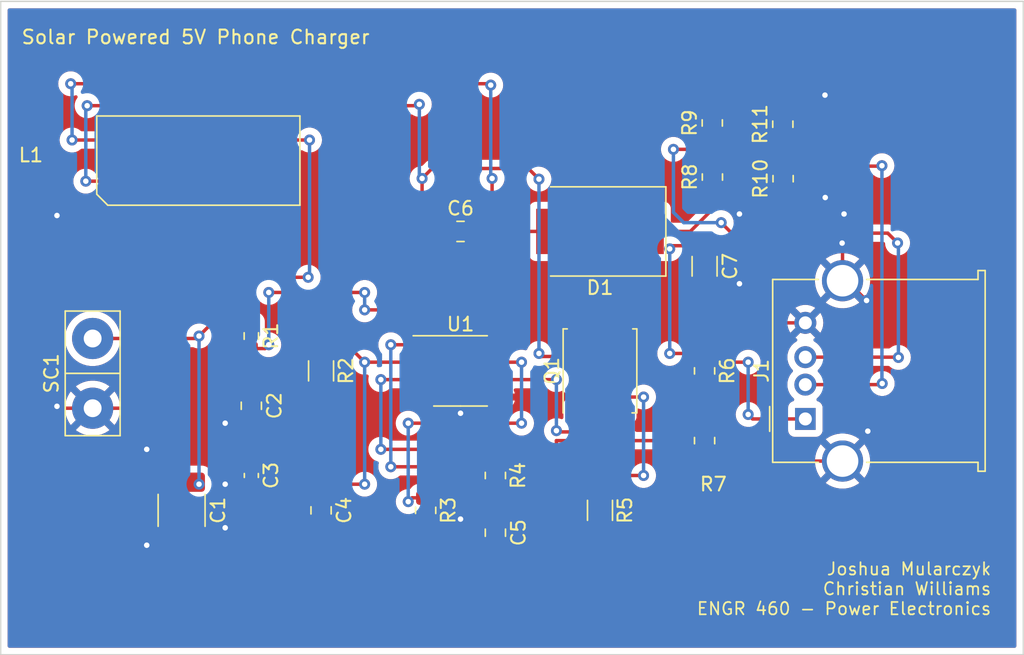
<source format=kicad_pcb>
(kicad_pcb (version 20211014) (generator pcbnew)
  (layers (0 "F.Cu" signal) (31 "B.Cu" signal) (34 "B.Paste" user) (35 "F.Paste" user) (36 "B.SilkS" user "B.Silkscreen") (37 "F.SilkS" user "F.Silkscreen") (38 "B.Mask" user) (39 "F.Mask" user) (44 "Edge.Cuts" user))
  (net 0 "")
  (net 1 "Net-(C4-Pad1)")
  (net 2 "Net-(C3-Pad1)")
  (net 3 "Net-(C5-Pad1)")
  (net 4 "GND")
  (net 5 "Net-(C1-Pad1)")
  (net 6 "Net-(C2-Pad1)")
  (net 7 "Net-(R3-Pad1)")
  (net 8 "Net-(R4-Pad1)")
  (net 9 "Net-(C7-Pad1)")
  (net 10 "Net-(R6-Pad2)")
  (net 11 "Net-(C6-Pad1)")
  (net 12 "Net-(Q1-Pad4)")
  (net 13 "Net-(C6-Pad2)")
  (net 14 "Net-(R8-Pad2)")
  (net 15 "Net-(J1-Pad2)")
  (footprint "SolarChargelibrary:SIP-2" (layer "F.Cu") (at 100.2 71.3 -90)
    (fp_text reference "SC1" (at 0 3 90) (layer "F.SilkS"))
    (fp_text value "Solar_Cell")
    (fp_line (start 4.54 -2) (end 4.54 2) (layer "F.SilkS") (width 0.12))
    (fp_line (start 0 -2) (end 0 2) (layer "F.SilkS") (width 0.12))
    (fp_line (start -4.54 -2) (end 4.54 -2) (layer "F.SilkS") (width 0.12))
    (fp_line (start -4.54 2) (end -4.54 -2) (layer "F.SilkS") (width 0.12))
    (fp_line (start 4.54 2) (end -4.54 2) (layer "F.SilkS") (width 0.12))
    (pad "1" thru_hole circle (at -2.54 0 270) (size 3 3) (drill 1.3) (layers *.Cu *.Mask) (net 5 "Net-(C1-Pad1)"))
    (pad "2" thru_hole circle (at 2.54 0 270) (size 3 3) (drill 1.3) (layers *.Cu *.Mask) (net 4 "GND"))
  )
  (footprint "Diode_SMD:D_SMC" (layer "F.Cu") (at 137.16 60.96 180)
    (fp_text reference "D1" (at 0 -4.1 180) (layer "F.SilkS"))
    (fp_text value "B340")
    (fp_line (start -4.8 3.25) (end -4.8 -3.25) (layer "F.SilkS") (width 0.12))
    (fp_line (start -4.8 3.25) (end 3.6 3.25) (layer "F.SilkS") (width 0.12))
    (fp_line (start -4.8 -3.25) (end 3.6 -3.25) (layer "F.SilkS") (width 0.12))
    (pad "1" smd rect (at -3.4 0 270) (size 3.3 2.5) (layers "F.Cu" "F.Paste" "F.Mask") (net 9 "Net-(C7-Pad1)"))
    (pad "2" smd rect (at 3.4 0 270) (size 3.3 2.5) (layers "F.Cu" "F.Paste" "F.Mask") (net 13 "Net-(C6-Pad2)"))
  )
  (footprint "Package_SO:SOIC-8_3.9x4.9mm_P1.27mm" (layer "F.Cu") (at 127 71.12)
    (fp_text reference "U1" (at 0 -3.4) (layer "F.SilkS"))
    (fp_text value "LM3478MA_NOPB")
    (fp_line (start 0 2.56) (end 1.95 2.56) (layer "F.SilkS") (width 0.12))
    (fp_line (start 0 2.56) (end -1.95 2.56) (layer "F.SilkS") (width 0.12))
    (fp_line (start 0 -2.56) (end -3.45 -2.56) (layer "F.SilkS") (width 0.12))
    (fp_line (start 0 -2.56) (end 1.95 -2.56) (layer "F.SilkS") (width 0.12))
    (pad "1" smd roundrect (at -2.475 -1.905) (size 1.95 0.6) (layers "F.Cu" "F.Paste" "F.Mask") (net 8 "Net-(R4-Pad1)"))
    (pad "2" smd roundrect (at -2.475 -0.635) (size 1.95 0.6) (layers "F.Cu" "F.Paste" "F.Mask") (net 1 "Net-(C4-Pad1)"))
    (pad "3" smd roundrect (at -2.475 0.635) (size 1.95 0.6) (layers "F.Cu" "F.Paste" "F.Mask") (net 10 "Net-(R6-Pad2)"))
    (pad "4" smd roundrect (at -2.475 1.905) (size 1.95 0.6) (layers "F.Cu" "F.Paste" "F.Mask") (net 4 "GND"))
    (pad "5" smd roundrect (at 2.475 1.905) (size 1.95 0.6) (layers "F.Cu" "F.Paste" "F.Mask") (net 4 "GND"))
    (pad "6" smd roundrect (at 2.475 0.635) (size 1.95 0.6) (layers "F.Cu" "F.Paste" "F.Mask") (net 12 "Net-(Q1-Pad4)"))
    (pad "7" smd roundrect (at 2.475 -0.635) (size 1.95 0.6) (layers "F.Cu" "F.Paste" "F.Mask") (net 7 "Net-(R3-Pad1)"))
    (pad "8" smd roundrect (at 2.475 -1.905) (size 1.95 0.6) (layers "F.Cu" "F.Paste" "F.Mask") (net 6 "Net-(C2-Pad1)"))
  )
  (footprint "Resistor_SMD:R_0805_2012Metric" (layer "F.Cu") (at 150.48 53.1475 90)
    (fp_text reference "R11" (at 0 -1.65 90) (layer "F.SilkS"))
    (fp_text value "160k")
    (fp_line (start -0.227064 -0.735) (end 0.227064 -0.735) (layer "F.SilkS") (width 0.12))
    (fp_line (start -0.227064 0.735) (end 0.227064 0.735) (layer "F.SilkS") (width 0.12))
    (pad "1" smd roundrect (at -0.9125 0 90) (size 1.025 1.4) (layers "F.Cu" "F.Paste" "F.Mask") (roundrect_rratio 0.243902439) (net 15 "Net-(J1-Pad2)"))
    (pad "2" smd roundrect (at 0.9125 0 90) (size 1.025 1.4) (layers "F.Cu" "F.Paste" "F.Mask") (roundrect_rratio 0.243902439) (net 4 "GND"))
  )
  (footprint "SolarChargelibrary:DRQ" (layer "F.Cu") (at 107.9 55.8)
    (fp_text reference "L1" (at -12.2 -0.4 180) (layer "F.SilkS"))
    (fp_text value "10u")
    (fp_line (start -6.6 3.25) (end -7.4 2.45) (layer "F.SilkS") (width 0.12))
    (fp_line (start 7.4 -3.25) (end 7.4 3.25) (layer "F.SilkS") (width 0.12))
    (fp_line (start -7.4 2.45) (end -7.4 -3.25) (layer "F.SilkS") (width 0.12))
    (fp_line (start 7.4 3.25) (end -6.6 3.25) (layer "F.SilkS") (width 0.12))
    (fp_line (start -7.4 -3.25) (end 7.4 -3.25) (layer "F.SilkS") (width 0.12))
    (pad "1" smd rect (at -4.975 1.5) (size 3.85 2.5) (layers "F.Cu" "F.Paste" "F.Mask") (net 11 "Net-(C6-Pad1)"))
    (pad "2" smd rect (at -4.975 -1.5) (size 3.85 2.5) (layers "F.Cu" "F.Paste" "F.Mask") (net 13 "Net-(C6-Pad2)"))
    (pad "3" smd rect (at 4.975 -1.5) (size 3.85 2.5) (layers "F.Cu" "F.Paste" "F.Mask") (net 5 "Net-(C1-Pad1)"))
    (pad "4" smd rect (at 4.975 1.5) (size 3.85 2.5) (layers "F.Cu" "F.Paste" "F.Mask") (net 4 "GND"))
  )
  (footprint "Resistor_SMD:R_1206_3216Metric" (layer "F.Cu") (at 116.84 71.12 -90)
    (fp_text reference "R2" (at 0 -1.82 -90) (layer "F.SilkS"))
    (fp_text value "887")
    (fp_line (start -0.727064 0.91) (end 0.727064 0.91) (layer "F.SilkS") (width 0.12))
    (fp_line (start -0.727064 -0.91) (end 0.727064 -0.91) (layer "F.SilkS") (width 0.12))
    (pad "1" smd roundrect (at -1.4625 0 270) (size 1.125 1.75) (layers "F.Cu" "F.Paste" "F.Mask") (roundrect_rratio 0.2222222222) (net 1 "Net-(C4-Pad1)"))
    (pad "2" smd roundrect (at 1.4625 0 270) (size 1.125 1.75) (layers "F.Cu" "F.Paste" "F.Mask") (roundrect_rratio 0.2222222222) (net 2 "Net-(C3-Pad1)"))
  )
  (footprint "Resistor_SMD:R_0805_2012Metric" (layer "F.Cu") (at 124.46 81.28 -90)
    (fp_text reference "R3" (at 0 -1.65 -90) (layer "F.SilkS"))
    (fp_text value "51.1k")
    (fp_line (start -0.227064 -0.735) (end 0.227064 -0.735) (layer "F.SilkS") (width 0.12))
    (fp_line (start -0.227064 0.735) (end 0.227064 0.735) (layer "F.SilkS") (width 0.12))
    (pad "1" smd roundrect (at -0.9125 0 270) (size 1.025 1.4) (layers "F.Cu" "F.Paste" "F.Mask") (roundrect_rratio 0.243902439) (net 7 "Net-(R3-Pad1)"))
    (pad "2" smd roundrect (at 0.9125 0 270) (size 1.025 1.4) (layers "F.Cu" "F.Paste" "F.Mask") (roundrect_rratio 0.243902439) (net 4 "GND"))
  )
  (footprint "Capacitor_SMD:C_0805_2012Metric" (layer "F.Cu") (at 127 60.96)
    (fp_text reference "C6" (at 0 -1.68) (layer "F.SilkS"))
    (fp_text value "1u")
    (fp_line (start -0.261252 -0.735) (end 0.261252 -0.735) (layer "F.SilkS") (width 0.12))
    (fp_line (start -0.261252 0.735) (end 0.261252 0.735) (layer "F.SilkS") (width 0.12))
    (pad "1" smd roundrect (at -0.95 0) (size 1 1.45) (layers "F.Cu" "F.Paste" "F.Mask") (net 11 "Net-(C6-Pad1)"))
    (pad "2" smd roundrect (at 0.95 0) (size 1 1.45) (layers "F.Cu" "F.Paste" "F.Mask") (net 13 "Net-(C6-Pad2)"))
  )
  (footprint "Resistor_SMD:R_0805_2012Metric" (layer "F.Cu") (at 129.54 78.74 -90)
    (fp_text reference "R4" (at 0 -1.65 -90) (layer "F.SilkS"))
    (fp_text value "100")
    (fp_line (start -0.227064 0.735) (end 0.227064 0.735) (layer "F.SilkS") (width 0.12))
    (fp_line (start -0.227064 -0.735) (end 0.227064 -0.735) (layer "F.SilkS") (width 0.12))
    (pad "1" smd roundrect (at -0.9125 0 270) (size 1.025 1.4) (layers "F.Cu" "F.Paste" "F.Mask") (roundrect_rratio 0.243902439) (net 8 "Net-(R4-Pad1)"))
    (pad "2" smd roundrect (at 0.9125 0 270) (size 1.025 1.4) (layers "F.Cu" "F.Paste" "F.Mask") (roundrect_rratio 0.243902439) (net 3 "Net-(C5-Pad1)"))
  )
  (footprint "Capacitor_SMD:C_0603_1608Metric" (layer "F.Cu") (at 111.76 78.74 -90)
    (fp_text reference "C3" (at 0 -1.43 -90) (layer "F.SilkS"))
    (fp_text value "82n")
    (fp_line (start -0.14058 0.51) (end 0.14058 0.51) (layer "F.SilkS") (width 0.12))
    (fp_line (start -0.14058 -0.51) (end 0.14058 -0.51) (layer "F.SilkS") (width 0.12))
    (pad "1" smd roundrect (at -0.775 0 270) (size 0.9 0.95) (layers "F.Cu" "F.Paste" "F.Mask") (net 2 "Net-(C3-Pad1)"))
    (pad "2" smd roundrect (at 0.775 0 270) (size 0.9 0.95) (layers "F.Cu" "F.Paste" "F.Mask") (net 4 "GND"))
  )
  (footprint "Capacitor_SMD:C_0805_2012Metric" (layer "F.Cu") (at 111.76 73.66 -90)
    (fp_text reference "C2" (at 0 -1.68 -90) (layer "F.SilkS"))
    (fp_text value "100n")
    (fp_line (start -0.261252 -0.735) (end 0.261252 -0.735) (layer "F.SilkS") (width 0.12))
    (fp_line (start -0.261252 0.735) (end 0.261252 0.735) (layer "F.SilkS") (width 0.12))
    (pad "1" smd roundrect (at -0.95 0 270) (size 1 1.45) (layers "F.Cu" "F.Paste" "F.Mask") (net 6 "Net-(C2-Pad1)"))
    (pad "2" smd roundrect (at 0.95 0 270) (size 1 1.45) (layers "F.Cu" "F.Paste" "F.Mask") (net 4 "GND"))
  )
  (footprint "Resistor_SMD:R_0603_1608Metric" (layer "F.Cu") (at 111.76 68.58 -90)
    (fp_text reference "R1" (at 0 -1.43 -90) (layer "F.SilkS"))
    (fp_text value "20")
    (fp_line (start -0.237258 0.5225) (end 0.237258 0.5225) (layer "F.SilkS") (width 0.12))
    (fp_line (start -0.237258 -0.5225) (end 0.237258 -0.5225) (layer "F.SilkS") (width 0.12))
    (pad "1" smd roundrect (at -0.825 0 270) (size 0.8 0.95) (layers "F.Cu" "F.Paste" "F.Mask") (net 5 "Net-(C1-Pad1)"))
    (pad "2" smd roundrect (at 0.825 0 270) (size 0.8 0.95) (layers "F.Cu" "F.Paste" "F.Mask") (net 6 "Net-(C2-Pad1)"))
  )
  (footprint "Resistor_SMD:R_0805_2012Metric" (layer "F.Cu") (at 144.78 71.12 -90)
    (fp_text reference "R6" (at 0 -1.65 -90) (layer "F.SilkS"))
    (fp_text value "29.4k")
    (fp_line (start -0.227064 -0.735) (end 0.227064 -0.735) (layer "F.SilkS") (width 0.12))
    (fp_line (start -0.227064 0.735) (end 0.227064 0.735) (layer "F.SilkS") (width 0.12))
    (pad "1" smd roundrect (at -0.9125 0 270) (size 1.025 1.4) (layers "F.Cu" "F.Paste" "F.Mask") (roundrect_rratio 0.243902439) (net 9 "Net-(C7-Pad1)"))
    (pad "2" smd roundrect (at 0.9125 0 270) (size 1.025 1.4) (layers "F.Cu" "F.Paste" "F.Mask") (roundrect_rratio 0.243902439) (net 10 "Net-(R6-Pad2)"))
  )
  (footprint "Resistor_SMD:R_0805_2012Metric" (layer "F.Cu") (at 145.35 56.9975 90)
    (fp_text reference "R8" (at 0 -1.65 90) (layer "F.SilkS"))
    (fp_text value "150k")
    (fp_line (start -0.227064 0.735) (end 0.227064 0.735) (layer "F.SilkS") (width 0.12))
    (fp_line (start -0.227064 -0.735) (end 0.227064 -0.735) (layer "F.SilkS") (width 0.12))
    (pad "1" smd roundrect (at -0.9125 0 90) (size 1.025 1.4) (layers "F.Cu" "F.Paste" "F.Mask") (roundrect_rratio 0.243902439) (net 9 "Net-(C7-Pad1)"))
    (pad "2" smd roundrect (at 0.9125 0 90) (size 1.025 1.4) (layers "F.Cu" "F.Paste" "F.Mask") (roundrect_rratio 0.243902439) (net 14 "Net-(R8-Pad2)"))
  )
  (footprint "Resistor_SMD:R_0805_2012Metric" (layer "F.Cu") (at 145.34 53.0575 90)
    (fp_text reference "R9" (at 0 -1.65 90) (layer "F.SilkS"))
    (fp_text value "100k")
    (fp_line (start -0.227064 0.735) (end 0.227064 0.735) (layer "F.SilkS") (width 0.12))
    (fp_line (start -0.227064 -0.735) (end 0.227064 -0.735) (layer "F.SilkS") (width 0.12))
    (pad "1" smd roundrect (at -0.9125 0 90) (size 1.025 1.4) (layers "F.Cu" "F.Paste" "F.Mask") (roundrect_rratio 0.243902439) (net 14 "Net-(R8-Pad2)"))
    (pad "2" smd roundrect (at 0.9125 0 90) (size 1.025 1.4) (layers "F.Cu" "F.Paste" "F.Mask") (roundrect_rratio 0.243902439) (net 4 "GND"))
  )
  (footprint "Capacitor_SMD:C_1812_4532Metric" (layer "F.Cu") (at 106.68 81.28 -90)
    (fp_text reference "C1" (at 0 -2.65 -90) (layer "F.SilkS"))
    (fp_text value "10u")
    (fp_line (start -1.161252 -1.71) (end 1.161252 -1.71) (layer "F.SilkS") (width 0.12))
    (fp_line (start -1.161252 1.71) (end 1.161252 1.71) (layer "F.SilkS") (width 0.12))
    (pad "1" smd roundrect (at -2.05 0 270) (size 1.4 3.4) (layers "F.Cu" "F.Paste" "F.Mask") (roundrect_rratio 0.1785707143) (net 5 "Net-(C1-Pad1)"))
    (pad "2" smd roundrect (at 2.05 0 270) (size 1.4 3.4) (layers "F.Cu" "F.Paste" "F.Mask") (roundrect_rratio 0.1785707143) (net 4 "GND"))
  )
  (footprint "Resistor_SMD:R_0805_2012Metric" (layer "F.Cu") (at 144.78 76.2 -90)
    (fp_text reference "R7" (at 3.175 -0.635 180) (layer "F.SilkS"))
    (fp_text value "10k")
    (fp_line (start -0.227064 0.735) (end 0.227064 0.735) (layer "F.SilkS") (width 0.12))
    (fp_line (start -0.227064 -0.735) (end 0.227064 -0.735) (layer "F.SilkS") (width 0.12))
    (pad "1" smd roundrect (at -0.9125 0 270) (size 1.025 1.4) (layers "F.Cu" "F.Paste" "F.Mask") (roundrect_rratio 0.243902439) (net 10 "Net-(R6-Pad2)"))
    (pad "2" smd roundrect (at 0.9125 0 270) (size 1.025 1.4) (layers "F.Cu" "F.Paste" "F.Mask") (roundrect_rratio 0.243902439) (net 4 "GND"))
  )
  (footprint "Package_TO_SOT_SMD:TDSON-8-1" (layer "F.Cu") (at 137.16 71.12 90)
    (fp_text reference "Q1" (at 0 -3.5 90) (layer "F.SilkS"))
    (fp_text value "CSD16410Q5A")
    (fp_line (start -3.06 2.335) (end -3.06 2.685) (layer "F.SilkS") (width 0.12))
    (fp_line (start 3.06 2.685) (end -3.06 2.685) (layer "F.SilkS") (width 0.12))
    (fp_line (start 3.06 -2.385) (end 3.06 -2.685) (layer "F.SilkS") (width 0.12))
    (fp_line (start 3.06 -2.685) (end -3.06 -2.685) (layer "F.SilkS") (width 0.12))
    (fp_line (start 3.06 2.385) (end 3.06 2.685) (layer "F.SilkS") (width 0.12))
    (pad "1" smd rect (at -2.9 -1.905 90) (size 0.85 0.5) (layers "F.Cu" "F.Paste" "F.Mask") (net 3 "Net-(C5-Pad1)"))
    (pad "2" smd rect (at -2.9 -0.635 90) (size 0.85 0.5) (layers "F.Cu" "F.Paste" "F.Mask") (net 3 "Net-(C5-Pad1)"))
    (pad "3" smd rect (at -2.9 0.635 90) (size 0.85 0.5) (layers "F.Cu" "F.Paste" "F.Mask") (net 3 "Net-(C5-Pad1)"))
    (pad "4" smd rect (at -2.9 1.905 90) (size 0.85 0.5) (layers "F.Cu" "F.Paste" "F.Mask") (net 12 "Net-(Q1-Pad4)"))
    (pad "5" smd rect (at 1.05 0 90) (size 4.55 4.41) (layers "F.Cu") (net 11 "Net-(C6-Pad1)"))
  )
  (footprint "Resistor_SMD:R_0805_2012Metric" (layer "F.Cu") (at 150.5 57.1175 90)
    (fp_text reference "R10" (at 0 -1.65 90) (layer "F.SilkS"))
    (fp_text value "130k")
    (fp_line (start -0.227064 -0.735) (end 0.227064 -0.735) (layer "F.SilkS") (width 0.12))
    (fp_line (start -0.227064 0.735) (end 0.227064 0.735) (layer "F.SilkS") (width 0.12))
    (pad "1" smd roundrect (at -0.9125 0 90) (size 1.025 1.4) (layers "F.Cu" "F.Paste" "F.Mask") (roundrect_rratio 0.243902439) (net 9 "Net-(C7-Pad1)"))
    (pad "2" smd roundrect (at 0.9125 0 90) (size 1.025 1.4) (layers "F.Cu" "F.Paste" "F.Mask") (roundrect_rratio 0.243902439) (net 15 "Net-(J1-Pad2)"))
  )
  (footprint "Connector_USB:USB_A_Molex_67643_Horizontal" (layer "F.Cu") (at 152.12 74.62 90)
    (fp_text reference "J1" (at 3.5 -3.19 90) (layer "F.SilkS"))
    (fp_text value "USB_A")
    (fp_line (start 10.81 13.1) (end 10.81 12.58) (layer "F.SilkS") (width 0.12))
    (fp_line (start 10.81 12.58) (end 10.16 12.58) (layer "F.SilkS") (width 0.12))
    (fp_line (start -3.16 12.58) (end -3.81 12.58) (layer "F.SilkS") (width 0.12))
    (fp_line (start 10.16 -2.38) (end 10.16 0.95) (layer "F.SilkS") (width 0.12))
    (fp_line (start 10.16 4.47) (end 10.16 12.58) (layer "F.SilkS") (width 0.12))
    (fp_line (start -3.16 -2.38) (end 10.16 -2.38) (layer "F.SilkS") (width 0.12))
    (fp_line (start -0.9 -2.6) (end 0.9 -2.6) (layer "F.SilkS") (width 0.12))
    (fp_line (start -3.16 12.58) (end -3.16 4.47) (layer "F.SilkS") (width 0.12))
    (fp_line (start -3.16 -2.38) (end -3.16 0.95) (layer "F.SilkS") (width 0.12))
    (fp_line (start -3.81 13.1) (end 10.81 13.1) (layer "F.SilkS") (width 0.12))
    (fp_line (start -3.81 12.58) (end -3.81 13.1) (layer "F.SilkS") (width 0.12))
    (pad "1" thru_hole rect (at 0 0 90) (size 1.6 1.5) (drill 0.95) (layers *.Cu *.Mask) (net 9 "Net-(C7-Pad1)"))
    (pad "2" thru_hole circle (at 2.5 0 90) (size 1.6 1.6) (drill 0.95) (layers *.Cu *.Mask) (net 15 "Net-(J1-Pad2)"))
    (pad "3" thru_hole circle (at 4.5 0 90) (size 1.6 1.6) (drill 0.95) (layers *.Cu *.Mask) (net 14 "Net-(R8-Pad2)"))
    (pad "4" thru_hole circle (at 7 0 90) (size 1.6 1.6) (drill 0.95) (layers *.Cu *.Mask) (net 4 "GND"))
    (pad "5" thru_hole circle (at 10.07 2.71 90) (size 3 3) (drill 2.3) (layers *.Cu *.Mask) (net 4 "GND"))
    (pad "5" thru_hole circle (at -3.07 2.71 90) (size 3 3) (drill 2.3) (layers *.Cu *.Mask) (net 4 "GND"))
  )
  (footprint "Capacitor_SMD:C_1206_3216Metric" (layer "F.Cu") (at 144.78 63.5 -90)
    (fp_text reference "C7" (at 0 -1.85 -90) (layer "F.SilkS"))
    (fp_text value "47u")
    (fp_line (start -0.711252 -0.91) (end 0.711252 -0.91) (layer "F.SilkS") (width 0.12))
    (fp_line (start -0.711252 0.91) (end 0.711252 0.91) (layer "F.SilkS") (width 0.12))
    (pad "1" smd roundrect (at -1.475 0 270) (size 1.15 1.8) (layers "F.Cu" "F.Paste" "F.Mask") (roundrect_rratio 0.2173913043) (net 9 "Net-(C7-Pad1)"))
    (pad "2" smd roundrect (at 1.475 0 270) (size 1.15 1.8) (layers "F.Cu" "F.Paste" "F.Mask") (roundrect_rratio 0.2173913043) (net 4 "GND"))
  )
  (footprint "Capacitor_SMD:C_0805_2012Metric" (layer "F.Cu") (at 129.54 82.9075 -90)
    (fp_text reference "C5" (at 0 -1.68 -90) (layer "F.SilkS"))
    (fp_text value "1n")
    (fp_line (start -0.261252 -0.735) (end 0.261252 -0.735) (layer "F.SilkS") (width 0.12))
    (fp_line (start -0.261252 0.735) (end 0.261252 0.735) (layer "F.SilkS") (width 0.12))
    (pad "1" smd roundrect (at -0.95 0 270) (size 1 1.45) (layers "F.Cu" "F.Paste" "F.Mask") (net 3 "Net-(C5-Pad1)"))
    (pad "2" smd roundrect (at 0.95 0 270) (size 1 1.45) (layers "F.Cu" "F.Paste" "F.Mask") (net 4 "GND"))
  )
  (footprint "Capacitor_SMD:C_0805_2012Metric" (layer "F.Cu") (at 116.84 81.28 -90)
    (fp_text reference "C4" (at 0 -1.68 -90) (layer "F.SilkS"))
    (fp_text value "200p")
    (fp_line (start -0.261252 -0.735) (end 0.261252 -0.735) (layer "F.SilkS") (width 0.12))
    (fp_line (start -0.261252 0.735) (end 0.261252 0.735) (layer "F.SilkS") (width 0.12))
    (pad "1" smd roundrect (at -0.95 0 270) (size 1 1.45) (layers "F.Cu" "F.Paste" "F.Mask") (net 1 "Net-(C4-Pad1)"))
    (pad "2" smd roundrect (at 0.95 0 270) (size 1 1.45) (layers "F.Cu" "F.Paste" "F.Mask") (net 4 "GND"))
  )
  (footprint "Resistor_SMD:R_1206_3216Metric" (layer "F.Cu") (at 137.16 81.28 -90)
    (fp_text reference "R5" (at 0 -1.82 -90) (layer "F.SilkS"))
    (fp_text value "25m")
    (fp_line (start -0.727064 0.91) (end 0.727064 0.91) (layer "F.SilkS") (width 0.12))
    (fp_line (start -0.727064 -0.91) (end 0.727064 -0.91) (layer "F.SilkS") (width 0.12))
    (pad "1" smd roundrect (at -1.4625 0 270) (size 1.125 1.75) (layers "F.Cu" "F.Paste" "F.Mask") (roundrect_rratio 0.2222222222) (net 3 "Net-(C5-Pad1)"))
    (pad "2" smd roundrect (at 1.4625 0 270) (size 1.125 1.75) (layers "F.Cu" "F.Paste" "F.Mask") (roundrect_rratio 0.2222222222) (net 4 "GND"))
  )
  (gr_rect (start 168 91.8) (end 93.5 44.2) (layer "Edge.Cuts") (width 0.1) (fill none))
  (gr_text "Solar Powered 5V Phone Charger" (at 107.7 46.8) (layer "F.SilkS") (effects (font (size 1 1))))
  (gr_text "Joshua Mularczyk\nChristian Williams\nENGR 460 - Power Electronics" (at 165.735 86.995) (layer "F.SilkS") (effects (font (size 0.9 0.9) (thickness 0.125)) (justify right)))
  (segment (start 120.015 70.485) (end 118.05 68.52) (width 0.25) (layer "F.Cu") (net 1))
  (segment (start 117.0725 79.375) (end 120.015 79.375) (width 0.25) (layer "F.Cu") (net 1))
  (segment (start 120.015 70.485) (end 124.525 70.485) (width 0.25) (layer "F.Cu") (net 1))
  (segment (start 116.84 79.1425) (end 117.0725 79.375) (width 0.25) (layer "F.Cu") (net 1))
  (segment (start 118.05 68.52) (end 116.84 68.52) (width 0.25) (layer "F.Cu") (net 1))
  (segment (start 116.84 80.505) (end 116.84 79.1425) (width 0.25) (layer "F.Cu") (net 1))
  (segment (start 116.84 69.6575) (end 116.84 68.52) (width 0.25) (layer "F.Cu") (net 1))
  (via (at 120.015 70.485) (size 0.8) (drill 0.4) (layers "F.Cu" "B.Cu") (net 1))
  (via (at 120.015 79.375) (size 0.8) (drill 0.4) (layers "F.Cu" "B.Cu") (net 1))
  (segment (start 120.015 79.375) (end 120.015 70.485) (width 0.25) (layer "B.Cu") (net 1))
  (segment (start 116.4325 77.8775) (end 111.76 77.8775) (width 0.25) (layer "F.Cu") (net 2))
  (segment (start 116.84 72.5825) (end 116.84 77.47) (width 0.25) (layer "F.Cu") (net 2))
  (segment (start 116.84 77.47) (end 116.4325 77.8775) (width 0.25) (layer "F.Cu") (net 2))
  (segment (start 137.1 78.74) (end 130.81 78.74) (width 0.25) (layer "F.Cu") (net 3))
  (segment (start 136.525 73.025) (end 136.525 74.02) (width 0.25) (layer "F.Cu") (net 3))
  (segment (start 136.525 74.02) (end 135.255 74.02) (width 0.25) (layer "F.Cu") (net 3))
  (segment (start 137.16 78.68) (end 137.1 78.74) (width 0.25) (layer "F.Cu") (net 3))
  (segment (start 137.16 79.8175) (end 137.16 78.8) (width 0.25) (layer "F.Cu") (net 3))
  (segment (start 140.335 73.025) (end 136.525 73.025) (width 0.25) (layer "F.Cu") (net 3))
  (segment (start 130.81 80.01) (end 129.8975 80.01) (width 0.25) (layer "F.Cu") (net 3))
  (segment (start 137.16 78.68) (end 137.22 78.74) (width 0.25) (layer "F.Cu") (net 3))
  (segment (start 129.8975 80.01) (end 129.54 79.6525) (width 0.25) (layer "F.Cu") (net 3))
  (segment (start 129.54 79.6525) (end 129.54 82.045) (width 0.25) (layer "F.Cu") (net 3))
  (segment (start 137.16 78.8) (end 137.22 78.74) (width 0.25) (layer "F.Cu") (net 3))
  (segment (start 130.81 78.74) (end 130.81 80.01) (width 0.25) (layer "F.Cu") (net 3))
  (segment (start 137.22 78.74) (end 140.335 78.74) (width 0.25) (layer "F.Cu") (net 3))
  (segment (start 137.795 74.02) (end 136.525 74.02) (width 0.25) (layer "F.Cu") (net 3))
  (via (at 140.335 78.74) (size 0.8) (drill 0.4) (layers "F.Cu" "B.Cu") (net 3))
  (via (at 140.335 73.025) (size 0.8) (drill 0.4) (layers "F.Cu" "B.Cu") (net 3))
  (segment (start 140.335 78.74) (end 140.335 73.025) (width 0.25) (layer "B.Cu") (net 3))
  (segment (start 154.83 77.69) (end 145.3575 77.69) (width 0.25) (layer "F.Cu") (net 4))
  (segment (start 110.2625 74.5225) (end 109.855 74.93) (width 0.25) (layer "F.Cu") (net 4))
  (segment (start 109.855 79.375) (end 111.5325 79.375) (width 0.25) (layer "F.Cu") (net 4))
  (segment (start 137.16 83.66) (end 137.05 83.77) (width 0.25) (layer "F.Cu") (net 4))
  (segment (start 112.875 59.775) (end 112.9 59.8) (width 0.25) (layer "F.Cu") (net 4))
  (segment (start 137.16 83.88) (end 138.0125 83.88) (width 0.25) (layer "F.Cu") (net 4))
  (segment (start 152.12 67.62) (end 150.17 67.62) (width 0.25) (layer "F.Cu") (net 4))
  (segment (start 106.68 82.78) (end 109.625 82.78) (width 0.25) (layer "F.Cu") (net 4))
  (segment (start 129.54 73.09) (end 129.475 73.025) (width 0.25) (layer "F.Cu") (net 4))
  (segment (start 153.53 51.01) (end 153.55 51.03) (width 0.25) (layer "F.Cu") (net 4))
  (segment (start 123.235 83.4175) (end 124.46 82.1925) (width 0.25) (layer "F.Cu") (net 4))
  (segment (start 124.46 74.295) (end 127 74.295) (width 0.25) (layer "F.Cu") (net 4))
  (segment (start 137.05 83.77) (end 137.16 83.88) (width 0.25) (layer "F.Cu") (net 4))
  (segment (start 129.54 83.77) (end 137.05 83.77) (width 0.25) (layer "F.Cu") (net 4))
  (segment (start 156.67 75.51) (end 156.67 75.85) (width 0.25) (layer "F.Cu") (net 4))
  (segment (start 150.47 51) (end 150.48 51.01) (width 0.25) (layer "F.Cu") (net 4))
  (segment (start 145.3575 77.69) (end 144.78 77.1125) (width 0.25) (layer "F.Cu") (net 4))
  (segment (start 127 74.295) (end 127 74.2055) (width 0.25) (layer "F.Cu") (net 4))
  (segment (start 111.5325 79.375) (end 111.76 79.6025) (width 0.25) (layer "F.Cu") (net 4))
  (segment (start 154.83 64.55) (end 155.14 64.55) (width 0.25) (layer "F.Cu") (net 4))
  (segment (start 153.57 58.49) (end 153.74 58.49) (width 0.25) (layer "F.Cu") (net 4))
  (segment (start 97.6 73.7) (end 97.74 73.84) (width 0.25) (layer "F.Cu") (net 4))
  (segment (start 104.14 74.98) (end 104.14 76.835) (width 0.25) (layer "F.Cu") (net 4))
  (segment (start 100.2 73.84) (end 103 73.84) (width 0.25) (layer "F.Cu") (net 4))
  (segment (start 127 74.295) (end 129.54 74.295) (width 0.25) (layer "F.Cu") (net 4))
  (segment (start 145.34 52.145) (end 145.34 51.15) (width 0.25) (layer "F.Cu") (net 4))
  (segment (start 111.76 83.185) (end 111.9925 83.4175) (width 0.25) (layer "F.Cu") (net 4))
  (segment (start 116.84 83.4175) (end 123.235 83.4175) (width 0.25) (layer "F.Cu") (net 4))
  (segment (start 109.625 82.78) (end 109.855 82.55) (width 0.25) (layer "F.Cu") (net 4))
  (segment (start 156.67 75.85) (end 154.83 77.69) (width 0.25) (layer "F.Cu") (net 4))
  (segment (start 150.48 51.01) (end 150.48 52.235) (width 0.25) (layer "F.Cu") (net 4))
  (segment (start 126.0375 83.77) (end 124.46 82.1925) (width 0.25) (layer "F.Cu") (net 4))
  (segment (start 154.83 64.55) (end 154.83 61.84) (width 0.25) (layer "F.Cu") (net 4))
  (segment (start 129.54 83.77) (end 126.0375 83.77) (width 0.25) (layer "F.Cu") (net 4))
  (segment (start 111.76 79.6025) (end 111.76 83.185) (width 0.25) (layer "F.Cu") (net 4))
  (segment (start 106.68 83.82) (end 106.68 82.78) (width 0.25) (layer "F.Cu") (net 4))
  (segment (start 150.17 67.62) (end 147.32 64.77) (width 0.25) (layer "F.Cu") (net 4))
  (segment (start 145.34 51.15) (end 145.49 51) (width 0.25) (layer "F.Cu") (net 4))
  (segment (start 112.9 59.8) (end 97.6 59.8) (width 0.25) (layer "F.Cu") (net 4))
  (segment (start 137.16 82.7425) (end 137.16 83.66) (width 0.25) (layer "F.Cu") (net 4))
  (segment (start 97.74 73.84) (end 100.2 73.84) (width 0.25) (layer "F.Cu") (net 4))
  (segment (start 124.525 73.025) (end 124.525 74.23) (width 0.25) (layer "F.Cu") (net 4))
  (segment (start 124.7375 81.915) (end 124.46 82.1925) (width 0.25) (layer "F.Cu") (net 4))
  (segment (start 138.0125 83.88) (end 144.78 77.1125) (width 0.25) (layer "F.Cu") (net 4))
  (segment (start 112.875 57.3) (end 112.875 59.775) (width 0.25) (layer "F.Cu") (net 4))
  (segment (start 153.74 58.49) (end 154.94 59.69) (width 0.25) (layer "F.Cu") (net 4))
  (segment (start 147.09 65) (end 147.32 64.77) (width 0.25) (layer "F.Cu") (net 4))
  (segment (start 103 73.84) (end 104.14 74.98) (width 0.25) (layer "F.Cu") (net 4))
  (segment (start 116.84 82.055) (end 116.84 83.4175) (width 0.25) (layer "F.Cu") (net 4))
  (segment (start 111.76 74.5225) (end 110.2625 74.5225) (width 0.25) (layer "F.Cu") (net 4))
  (segment (start 150.48 51.01) (end 153.53 51.01) (width 0.25) (layer "F.Cu") (net 4))
  (segment (start 124.525 74.23) (end 124.46 74.295) (width 0.25) (layer "F.Cu") (net 4))
  (segment (start 145.49 51) (end 150.47 51) (width 0.25) (layer "F.Cu") (net 4))
  (segment (start 155.14 64.55) (end 156.58 65.99) (width 0.25) (layer "F.Cu") (net 4))
  (segment (start 154.83 61.84) (end 154.8 61.81) (width 0.25) (layer "F.Cu") (net 4))
  (segment (start 111.9925 83.4175) (end 116.84 83.4175) (width 0.25) (layer "F.Cu") (net 4))
  (segment (start 127 81.915) (end 124.7375 81.915) (width 0.25) (layer "F.Cu") (net 4))
  (segment (start 129.54 74.295) (end 129.54 73.09) (width 0.25) (layer "F.Cu") (net 4))
  (segment (start 104.14 83.82) (end 106.68 83.82) (width 0.25) (layer "F.Cu") (net 4))
  (segment (start 144.78 65) (end 147.09 65) (width 0.25) (layer "F.Cu") (net 4))
  (segment (start 147.32 59.69) (end 154.94 59.69) (width 0.25) (layer "F.Cu") (net 4))
  (via (at 127 81.915) (size 0.8) (drill 0.4) (layers "F.Cu" "B.Cu") (net 4))
  (via (at 156.67 75.51) (size 0.8) (drill 0.4) (layers "F.Cu" "B.Cu") (net 4))
  (via (at 127 74.2055) (size 0.8) (drill 0.4) (layers "F.Cu" "B.Cu") (net 4))
  (via (at 97.6 73.7) (size 0.8) (drill 0.4) (layers "F.Cu" "B.Cu") (net 4))
  (via (at 97.6 59.8) (size 0.8) (drill 0.4) (layers "F.Cu" "B.Cu") (net 4))
  (via (at 153.57 58.49) (size 0.8) (drill 0.4) (layers "F.Cu" "B.Cu") (net 4))
  (via (at 147.32 64.77) (size 0.8) (drill 0.4) (layers "F.Cu" "B.Cu") (net 4))
  (via (at 104.14 76.835) (size 0.8) (drill 0.4) (layers "F.Cu" "B.Cu") (net 4))
  (via (at 147.32 59.69) (size 0.8) (drill 0.4) (layers "F.Cu" "B.Cu") (net 4))
  (via (at 109.855 74.93) (size 0.8) (drill 0.4) (layers "F.Cu" "B.Cu") (net 4))
  (via (at 153.55 51.03) (size 0.8) (drill 0.4) (layers "F.Cu" "B.Cu") (net 4))
  (via (at 109.855 79.375) (size 0.8) (drill 0.4) (layers "F.Cu" "B.Cu") (net 4))
  (via (at 104.14 83.82) (size 0.8) (drill 0.4) (layers "F.Cu" "B.Cu") (net 4))
  (via (at 156.58 65.99) (size 0.8) (drill 0.4) (layers "F.Cu" "B.Cu") (net 4))
  (via (at 154.8 61.81) (size 0.8) (drill 0.4) (layers "F.Cu" "B.Cu") (net 4))
  (via (at 109.855 82.55) (size 0.8) (drill 0.4) (layers "F.Cu" "B.Cu") (net 4))
  (via (at 154.94 59.69) (size 0.8) (drill 0.4) (layers "F.Cu" "B.Cu") (net 4))
  (segment (start 147.32 64.77) (end 147.32 59.69) (width 0.25) (layer "B.Cu") (net 4))
  (segment (start 97.6 59.8) (end 97.6 73.7) (width 0.25) (layer "B.Cu") (net 4))
  (segment (start 156.58 65.99) (end 156.58 75.42) (width 0.25) (layer "B.Cu") (net 4))
  (segment (start 104.14 83.82) (end 104.14 76.835) (width 0.25) (layer "B.Cu") (net 4))
  (segment (start 154.8 61.81) (end 154.8 59.83) (width 0.25) (layer "B.Cu") (net 4))
  (segment (start 127 74.2055) (end 127 81.915) (width 0.25) (layer "B.Cu") (net 4))
  (segment (start 153.55 51.03) (end 153.55 58.47) (width 0.25) (layer "B.Cu") (net 4))
  (segment (start 109.855 82.55) (end 109.855 79.375) (width 0.25) (layer "B.Cu") (net 4))
  (segment (start 153.55 58.47) (end 153.57 58.49) (width 0.25) (layer "B.Cu") (net 4))
  (segment (start 156.58 75.42) (end 156.67 75.51) (width 0.25) (layer "B.Cu") (net 4))
  (segment (start 154.8 59.83) (end 154.94 59.69) (width 0.25) (layer "B.Cu") (net 4))
  (segment (start 109.855 74.93) (end 109.855 79.375) (width 0.25) (layer "B.Cu") (net 4))
  (segment (start 106.68 79.78) (end 107.545 79.78) (width 0.25) (layer "F.Cu") (net 5))
  (segment (start 112.875 54.3) (end 116 54.3) (width 0.25) (layer "F.Cu") (net 5))
  (segment (start 108.8625 67.6675) (end 107.95 68.58) (width 0.25) (layer "F.Cu") (net 5))
  (segment (start 107.77 68.76) (end 107.95 68.58) (width 0.25) (layer "F.Cu") (net 5))
  (segment (start 111.6 67.5075) (end 111.76 67.6675) (width 0.25) (layer "F.Cu") (net 5))
  (segment (start 111.76 67.6675) (end 108.8625 67.6675) (width 0.25) (layer "F.Cu") (net 5))
  (segment (start 115.9 64.3) (end 111.6 64.3) (width 0.25) (layer "F.Cu") (net 5))
  (segment (start 111.6 64.3) (end 111.6 67.5075) (width 0.25) (layer "F.Cu") (net 5))
  (segment (start 107.545 79.78) (end 107.95 79.375) (width 0.25) (layer "F.Cu") (net 5))
  (segment (start 100.2 68.76) (end 107.77 68.76) (width 0.25) (layer "F.Cu") (net 5))
  (via (at 116 54.3) (size 0.8) (drill 0.4) (layers "F.Cu" "B.Cu") (net 5))
  (via (at 115.9 64.3) (size 0.8) (drill 0.4) (layers "F.Cu" "B.Cu") (net 5))
  (via (at 107.95 79.375) (size 0.8) (drill 0.4) (layers "F.Cu" "B.Cu") (net 5))
  (via (at 107.95 68.58) (size 0.8) (drill 0.4) (layers "F.Cu" "B.Cu") (net 5))
  (segment (start 107.95 79.375) (end 107.95 68.58) (width 0.25) (layer "B.Cu") (net 5))
  (segment (start 116 54.3) (end 116 64.2) (width 0.25) (layer "B.Cu") (net 5))
  (segment (start 116 64.2) (end 115.9 64.3) (width 0.25) (layer "B.Cu") (net 5))
  (segment (start 120.015 66.675) (end 129.54 66.675) (width 0.25) (layer "F.Cu") (net 6))
  (segment (start 111.76 69.4925) (end 111.76 72.7975) (width 0.25) (layer "F.Cu") (net 6))
  (segment (start 113.03 65.405) (end 120.015 65.405) (width 0.25) (layer "F.Cu") (net 6))
  (segment (start 112.7525 69.4925) (end 113.03 69.215) (width 0.25) (layer "F.Cu") (net 6))
  (segment (start 129.54 66.675) (end 129.54 69.15) (width 0.25) (layer "F.Cu") (net 6))
  (segment (start 111.76 69.4925) (end 112.7525 69.4925) (width 0.25) (layer "F.Cu") (net 6))
  (segment (start 129.54 69.15) (end 129.475 69.215) (width 0.25) (layer "F.Cu") (net 6))
  (via (at 120.015 65.405) (size 0.8) (drill 0.4) (layers "F.Cu" "B.Cu") (net 6))
  (via (at 113.03 69.215) (size 0.8) (drill 0.4) (layers "F.Cu" "B.Cu") (net 6))
  (via (at 120.015 66.675) (size 0.8) (drill 0.4) (layers "F.Cu" "B.Cu") (net 6))
  (via (at 113.03 65.405) (size 0.8) (drill 0.4) (layers "F.Cu" "B.Cu") (net 6))
  (segment (start 113.03 69.215) (end 113.03 65.405) (width 0.25) (layer "B.Cu") (net 6))
  (segment (start 120.015 65.405) (end 120.015 66.675) (width 0.25) (layer "B.Cu") (net 6))
  (segment (start 123.4675 80.3675) (end 123.19 80.645) (width 0.25) (layer "F.Cu") (net 7))
  (segment (start 123.19 74.93) (end 131.445 74.93) (width 0.25) (layer "F.Cu") (net 7))
  (segment (start 131.445 70.485) (end 129.475 70.485) (width 0.25) (layer "F.Cu") (net 7))
  (segment (start 124.46 80.3675) (end 123.4675 80.3675) (width 0.25) (layer "F.Cu") (net 7))
  (via (at 123.19 74.93) (size 0.8) (drill 0.4) (layers "F.Cu" "B.Cu") (net 7))
  (via (at 131.445 70.485) (size 0.8) (drill 0.4) (layers "F.Cu" "B.Cu") (net 7))
  (via (at 131.445 74.93) (size 0.8) (drill 0.4) (layers "F.Cu" "B.Cu") (net 7))
  (via (at 123.19 80.645) (size 0.8) (drill 0.4) (layers "F.Cu" "B.Cu") (net 7))
  (segment (start 131.445 74.93) (end 131.445 70.485) (width 0.25) (layer "B.Cu") (net 7))
  (segment (start 123.19 80.645) (end 123.19 74.93) (width 0.25) (layer "B.Cu") (net 7))
  (segment (start 124.525 69.215) (end 121.92 69.215) (width 0.25) (layer "F.Cu") (net 8))
  (segment (start 121.92 78.105) (end 129.2625 78.105) (width 0.25) (layer "F.Cu") (net 8))
  (segment (start 129.2625 78.105) (end 129.54 77.8275) (width 0.25) (layer "F.Cu") (net 8))
  (via (at 121.92 69.215) (size 0.8) (drill 0.4) (layers "F.Cu" "B.Cu") (net 8))
  (via (at 121.92 78.105) (size 0.8) (drill 0.4) (layers "F.Cu" "B.Cu") (net 8))
  (segment (start 121.92 69.215) (end 121.92 78.105) (width 0.25) (layer "B.Cu") (net 8))
  (segment (start 152.12 74.62) (end 148.28 74.62) (width 0.25) (layer "F.Cu") (net 9))
  (segment (start 150.5 59.06) (end 150.42 59.14) (width 0.25) (layer "F.Cu") (net 9))
  (segment (start 142.47 62) (end 142.24 62.23) (width 0.25) (layer "F.Cu") (net 9))
  (segment (start 146.75 57.91) (end 145.35 57.91) (width 0.25) (layer "F.Cu") (net 9))
  (segment (start 142.24 69.85) (end 144.4225 69.85) (width 0.25) (layer "F.Cu") (net 9))
  (segment (start 147.95 59.14) (end 147.12 58.31) (width 0.25) (layer "F.Cu") (net 9))
  (segment (start 139.31 60.96) (end 143.74 60.96) (width 0.25) (layer "F.Cu") (net 9))
  (segment (start 150.5 58.03) (end 150.5 59.06) (width 0.25) (layer "F.Cu") (net 9))
  (segment (start 144.78 62) (end 142.47 62) (width 0.25) (layer "F.Cu") (net 9))
  (segment (start 147.955 70.485) (end 145.0575 70.485) (width 0.25) (layer "F.Cu") (net 9))
  (segment (start 144.98625 70.41375) (end 144.78 70.2075) (width 0.25) (layer "F.Cu") (net 9))
  (segment (start 148.28 74.62) (end 147.955 74.295) (width 0.25) (layer "F.Cu") (net 9))
  (segment (start 144.78 70.61) (end 144.79 70.61) (width 0.25) (layer "F.Cu") (net 9))
  (segment (start 147.12 58.31) (end 147.12 58.28) (width 0.25) (layer "F.Cu") (net 9))
  (segment (start 145.35 57.91) (end 145.35 59.35) (width 0.25) (layer "F.Cu") (net 9))
  (segment (start 144.79 70.61) (end 144.98625 70.41375) (width 0.25) (layer "F.Cu") (net 9))
  (segment (start 147.12 58.28) (end 146.75 57.91) (width 0.25) (layer "F.Cu") (net 9))
  (segment (start 145.35 59.35) (end 143.74 60.96) (width 0.25) (layer "F.Cu") (net 9))
  (segment (start 143.74 60.96) (end 144.78 62) (width 0.25) (layer "F.Cu") (net 9))
  (segment (start 150.42 59.14) (end 147.95 59.14) (width 0.25) (layer "F.Cu") (net 9))
  (segment (start 144.4225 69.85) (end 144.78 70.2075) (width 0.25) (layer "F.Cu") (net 9))
  (segment (start 145.0575 70.485) (end 144.98625 70.41375) (width 0.25) (layer "F.Cu") (net 9))
  (via (at 142.24 62.23) (size 0.8) (drill 0.4) (layers "F.Cu" "B.Cu") (net 9))
  (via (at 147.955 70.485) (size 0.8) (drill 0.4) (layers "F.Cu" "B.Cu") (net 9))
  (via (at 142.24 69.85) (size 0.8) (drill 0.4) (layers "F.Cu" "B.Cu") (net 9))
  (via (at 147.955 74.295) (size 0.8) (drill 0.4) (layers "F.Cu" "B.Cu") (net 9))
  (segment (start 142.24 62.23) (end 142.24 69.85) (width 0.25) (layer "B.Cu") (net 9))
  (segment (start 147.955 74.295) (end 147.955 70.485) (width 0.25) (layer "B.Cu") (net 9))
  (segment (start 133.985 76.2) (end 143.8675 76.2) (width 0.25) (layer "F.Cu") (net 10))
  (segment (start 144.78 71.63) (end 144.78 75.2875) (width 0.25) (layer "F.Cu") (net 10))
  (segment (start 133.985 76.835) (end 133.985 76.2) (width 0.25) (layer "F.Cu") (net 10))
  (segment (start 143.8675 76.2) (end 144.78 75.2875) (width 0.25) (layer "F.Cu") (net 10))
  (segment (start 121.1955 76.835) (end 133.985 76.835) (width 0.25) (layer "F.Cu") (net 10))
  (segment (start 124.525 71.755) (end 121.1955 71.755) (width 0.25) (layer "F.Cu") (net 10))
  (via (at 121.1955 71.755) (size 0.8) (drill 0.4) (layers "F.Cu" "B.Cu") (net 10))
  (via (at 121.1955 76.835) (size 0.8) (drill 0.4) (layers "F.Cu" "B.Cu") (net 10))
  (segment (start 121.1955 71.755) (end 121.1955 76.835) (width 0.25) (layer "B.Cu") (net 10))
  (segment (start 137.16 70.07) (end 132.935 70.07) (width 0.25) (layer "F.Cu") (net 11))
  (segment (start 124.2 60.7975) (end 124.3625 60.96) (width 0.25) (layer "F.Cu") (net 11))
  (segment (start 124.2 57.1) (end 124.2 60.7975) (width 0.25) (layer "F.Cu") (net 11))
  (segment (start 102.925 57.3) (end 99.7 57.3) (width 0.25) (layer "F.Cu") (net 11))
  (segment (start 126.05 60.96) (end 124.3625 60.96) (width 0.25) (layer "F.Cu") (net 11))
  (segment (start 123.9 51.8) (end 124 51.7) (width 0.25) (layer "F.Cu") (net 11))
  (segment (start 132.935 70.07) (end 132.715 69.85) (width 0.25) (layer "F.Cu") (net 11))
  (segment (start 124.924511 56.375489) (end 131.940489 56.375489) (width 0.25) (layer "F.Cu") (net 11))
  (segment (start 131.940489 56.375489) (end 132.715 57.15) (width 0.25) (layer "F.Cu") (net 11))
  (segment (start 99.8 51.8) (end 123.9 51.8) (width 0.25) (layer "F.Cu") (net 11))
  (segment (start 124.2 57.1) (end 124.924511 56.375489) (width 0.25) (layer "F.Cu") (net 11))
  (via (at 132.715 69.85) (size 0.8) (drill 0.4) (layers "F.Cu" "B.Cu") (net 11))
  (via (at 132.715 57.15) (size 0.8) (drill 0.4) (layers "F.Cu" "B.Cu") (net 11))
  (via (at 124 51.7) (size 0.8) (drill 0.4) (layers "F.Cu" "B.Cu") (net 11))
  (via (at 99.8 51.8) (size 0.8) (drill 0.4) (layers "F.Cu" "B.Cu") (net 11))
  (via (at 99.7 57.3) (size 0.8) (drill 0.4) (layers "F.Cu" "B.Cu") (net 11))
  (via (at 124.2 57.1) (size 0.8) (drill 0.4) (layers "F.Cu" "B.Cu") (net 11))
  (segment (start 124 51.7) (end 124 56.9) (width 0.25) (layer "B.Cu") (net 11))
  (segment (start 132.715 69.85) (end 132.715 57.15) (width 0.25) (layer "B.Cu") (net 11))
  (segment (start 99.7 57.3) (end 99.7 51.9) (width 0.25) (layer "B.Cu") (net 11))
  (segment (start 124 56.9) (end 124.2 57.1) (width 0.25) (layer "B.Cu") (net 11))
  (segment (start 99.7 51.9) (end 99.8 51.8) (width 0.25) (layer "B.Cu") (net 11))
  (segment (start 139.065 75.565) (end 139.065 74.02) (width 0.25) (layer "F.Cu") (net 12))
  (segment (start 134.0745 75.565) (end 139.065 75.565) (width 0.25) (layer "F.Cu") (net 12))
  (segment (start 133.985 75.4755) (end 134.0745 75.565) (width 0.25) (layer "F.Cu") (net 12))
  (segment (start 129.475 71.755) (end 133.985 71.755) (width 0.25) (layer "F.Cu") (net 12))
  (via (at 133.985 71.755) (size 0.8) (drill 0.4) (layers "F.Cu" "B.Cu") (net 12))
  (via (at 133.985 75.4755) (size 0.8) (drill 0.4) (layers "F.Cu" "B.Cu") (net 12))
  (segment (start 133.985 71.755) (end 133.985 75.4755) (width 0.25) (layer "B.Cu") (net 12))
  (segment (start 98.6 50.2) (end 129.1 50.2) (width 0.25) (layer "F.Cu") (net 13))
  (segment (start 129.3 60.6225) (end 129.6375 60.96) (width 0.25) (layer "F.Cu") (net 13))
  (segment (start 129.1 50.2) (end 129.2 50.3) (width 0.25) (layer "F.Cu") (net 13))
  (segment (start 135.01 60.96) (end 129.6375 60.96) (width 0.25) (layer "F.Cu") (net 13))
  (segment (start 127.95 60.96) (end 128.9625 60.96) (width 0.25) (layer "F.Cu") (net 13))
  (segment (start 102.925 54.3) (end 98.7 54.3) (width 0.25) (layer "F.Cu") (net 13))
  (segment (start 129.3 57.1) (end 129.3 60.6225) (width 0.25) (layer "F.Cu") (net 13))
  (segment (start 128.9625 60.96) (end 129.3 60.6225) (width 0.25) (layer "F.Cu") (net 13))
  (via (at 129.2 50.3) (size 0.8) (drill 0.4) (layers "F.Cu" "B.Cu") (net 13))
  (via (at 98.7 54.3) (size 0.8) (drill 0.4) (layers "F.Cu" "B.Cu") (net 13))
  (via (at 129.3 57.1) (size 0.8) (drill 0.4) (layers "F.Cu" "B.Cu") (net 13))
  (via (at 98.6 50.2) (size 0.8) (drill 0.4) (layers "F.Cu" "B.Cu") (net 13))
  (segment (start 98.7 50.3) (end 98.6 50.2) (width 0.25) (layer "B.Cu") (net 13))
  (segment (start 129.2 50.3) (end 129.2 57) (width 0.25) (layer "B.Cu") (net 13))
  (segment (start 129.2 57) (end 129.3 57.1) (width 0.25) (layer "B.Cu") (net 13))
  (segment (start 98.7 54.3) (end 98.7 50.3) (width 0.25) (layer "B.Cu") (net 13))
  (segment (start 145.34 53.97) (end 145.34 56.075) (width 0.25) (layer "F.Cu") (net 14))
  (segment (start 142.51 54.98) (end 144.33 54.98) (width 0.25) (layer "F.Cu") (net 14))
  (segment (start 144.33 54.98) (end 145.34 53.97) (width 0.25) (layer "F.Cu") (net 14))
  (segment (start 146.755489 61.085489) (end 145.99 60.32) (width 0.25) (layer "F.Cu") (net 14))
  (segment (start 158.125489 61.085489) (end 146.755489 61.085489) (width 0.25) (layer "F.Cu") (net 14))
  (segment (start 158.84 61.8) (end 158.125489 61.085489) (width 0.25) (layer "F.Cu") (net 14))
  (segment (start 158.88 70.12) (end 158.9 70.14) (width 0.25) (layer "F.Cu") (net 14))
  (segment (start 152.12 70.12) (end 158.88 70.12) (width 0.25) (layer "F.Cu") (net 14))
  (segment (start 145.34 56.075) (end 145.35 56.085) (width 0.25) (layer "F.Cu") (net 14))
  (via (at 142.51 54.98) (size 0.8) (drill 0.4) (layers "F.Cu" "B.Cu") (net 14))
  (via (at 158.84 61.8) (size 0.8) (drill 0.4) (layers "F.Cu" "B.Cu") (net 14))
  (via (at 158.9 70.14) (size 0.8) (drill 0.4) (layers "F.Cu" "B.Cu") (net 14))
  (via (at 145.99 60.32) (size 0.8) (drill 0.4) (layers "F.Cu" "B.Cu") (net 14))
  (segment (start 143.26 60.32) (end 142.67 59.73) (width 0.25) (layer "B.Cu") (net 14))
  (segment (start 158.9 70.14) (end 158.9 61.86) (width 0.25) (layer "B.Cu") (net 14))
  (segment (start 142.67 59.73) (end 142.51 59.57) (width 0.25) (layer "B.Cu") (net 14))
  (segment (start 145.99 60.32) (end 143.26 60.32) (width 0.25) (layer "B.Cu") (net 14))
  (segment (start 142.51 59.57) (end 142.51 54.98) (width 0.25) (layer "B.Cu") (net 14))
  (segment (start 158.9 61.86) (end 158.84 61.8) (width 0.25) (layer "B.Cu") (net 14))
  (segment (start 157.665 56.205) (end 157.7 56.17) (width 0.25) (layer "F.Cu") (net 15))
  (segment (start 150.48 54.06) (end 150.48 56.185) (width 0.25) (layer "F.Cu") (net 15))
  (segment (start 150.48 56.185) (end 150.5 56.205) (width 0.25) (layer "F.Cu") (net 15))
  (segment (start 157.64 72.12) (end 157.72 72.04) (width 0.25) (layer "F.Cu") (net 15))
  (segment (start 150.5 56.205) (end 157.665 56.205) (width 0.25) (layer "F.Cu") (net 15))
  (segment (start 152.12 72.12) (end 157.64 72.12) (width 0.25) (layer "F.Cu") (net 15))
  (via (at 157.72 72.04) (size 0.8) (drill 0.4) (layers "F.Cu" "B.Cu") (net 15))
  (via (at 157.7 56.17) (size 0.8) (drill 0.4) (layers "F.Cu" "B.Cu") (net 15))
  (segment (start 157.7 56.17) (end 157.7 72.02) (width 0.25) (layer "B.Cu") (net 15))
  (segment (start 157.7 72.02) (end 157.72 72.04) (width 0.25) (layer "B.Cu") (net 15))
  (zone (net 4) (net_name "GND") (layers F&B.Cu) (connect_pads (clearance 0.508)) (min_thickness 0.254) (fill yes (thermal_gap 0.508) (thermal_bridge_width 0.508))
    (polygon (pts (xy 167.8 91.7) (xy 93.5 91.7) (xy 93.6 44.3) (xy 168 44.1)))
  )
)
</source>
